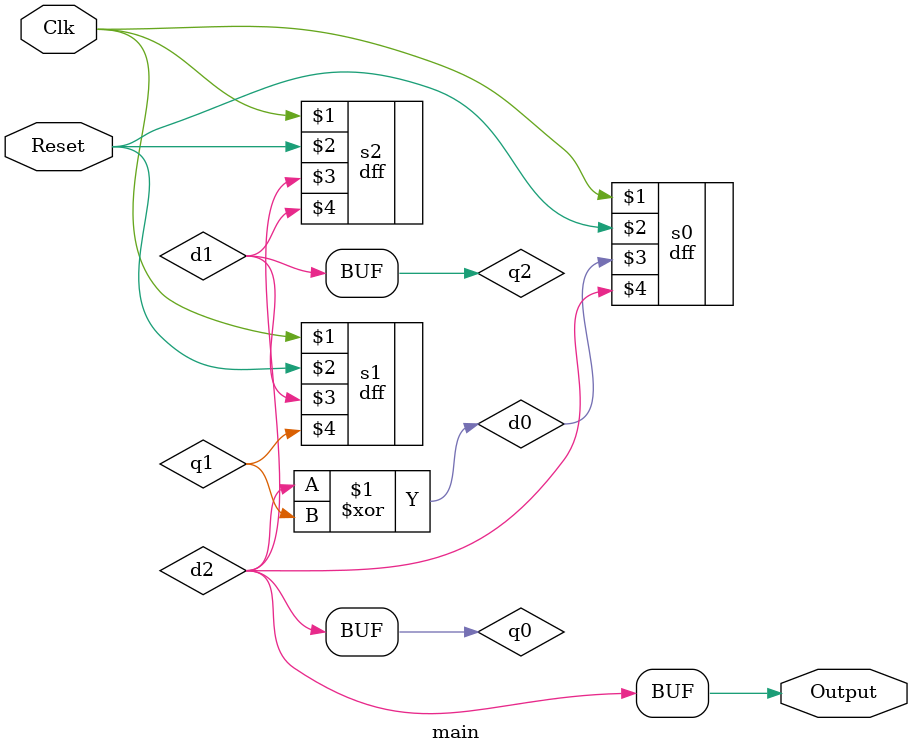
<source format=v>
module main(
	input Clk, Reset, 
	output Output
);
	
	wire d0, d1, d2, q0, q1, q2;
	
	dff s0(Clk, Reset, d0, q0);
	dff s1(Clk, Reset, d1, q1);
	dff s2(Clk, Reset, d2, q2);
	
	xor (d0, q0, q1);
	assign d1 = q2;
	assign d2 = q0;
	
	assign Output = q0;

endmodule

</source>
